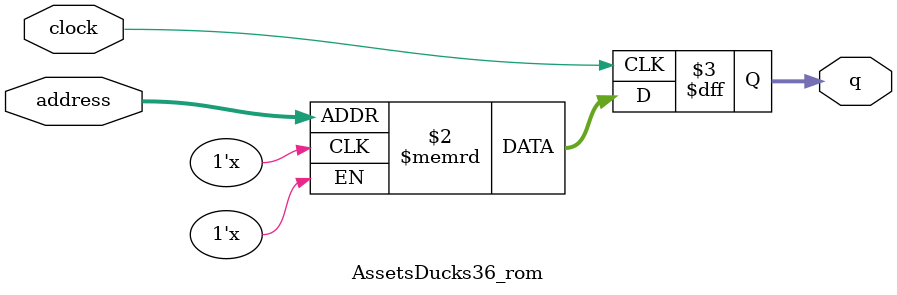
<source format=sv>
module AssetsDucks36_rom (
	input logic clock,
	input logic [12:0] address,
	output logic [3:0] q
);

logic [3:0] memory [0:4351] /* synthesis ram_init_file = "./AssetsDucks36/AssetsDucks36.mif" */;

always_ff @ (posedge clock) begin
	q <= memory[address];
end

endmodule

</source>
